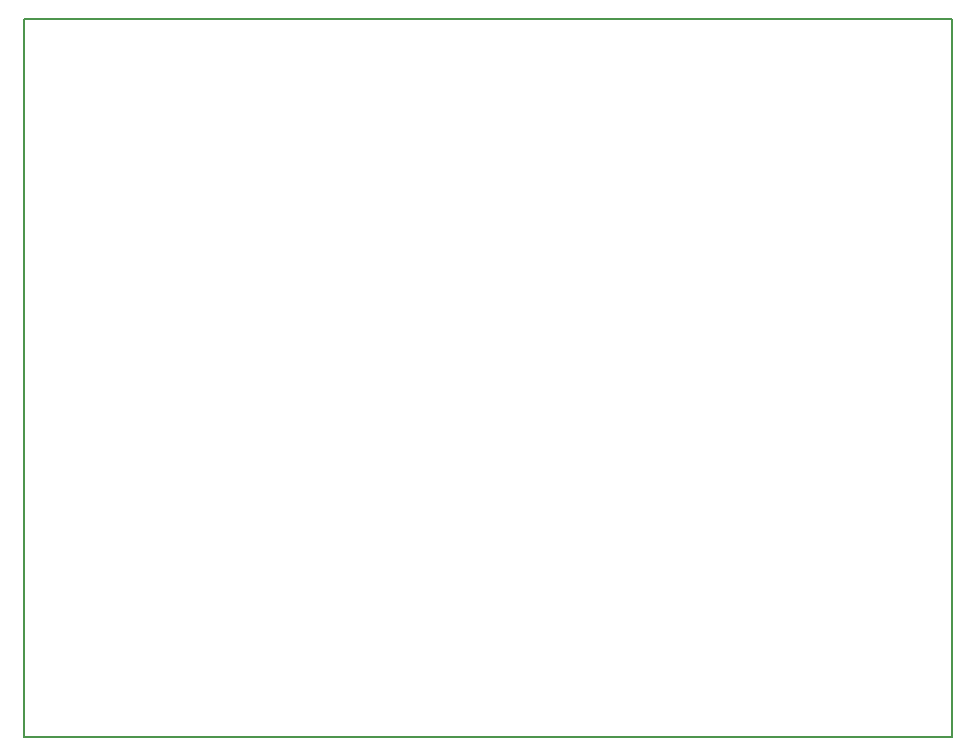
<source format=gbr>
G04 #@! TF.FileFunction,Profile,NP*
%FSLAX46Y46*%
G04 Gerber Fmt 4.6, Leading zero omitted, Abs format (unit mm)*
G04 Created by KiCad (PCBNEW 4.0.4-stable) date 07/15/18 19:45:34*
%MOMM*%
%LPD*%
G01*
G04 APERTURE LIST*
%ADD10C,0.100000*%
%ADD11C,0.150000*%
G04 APERTURE END LIST*
D10*
D11*
X121793000Y-117792000D02*
X121793000Y-56959500D01*
X200342000Y-117792500D02*
X121793000Y-117792500D01*
X200342500Y-56959500D02*
X200342500Y-117792000D01*
X121793000Y-56959500D02*
X200342000Y-56959500D01*
M02*

</source>
